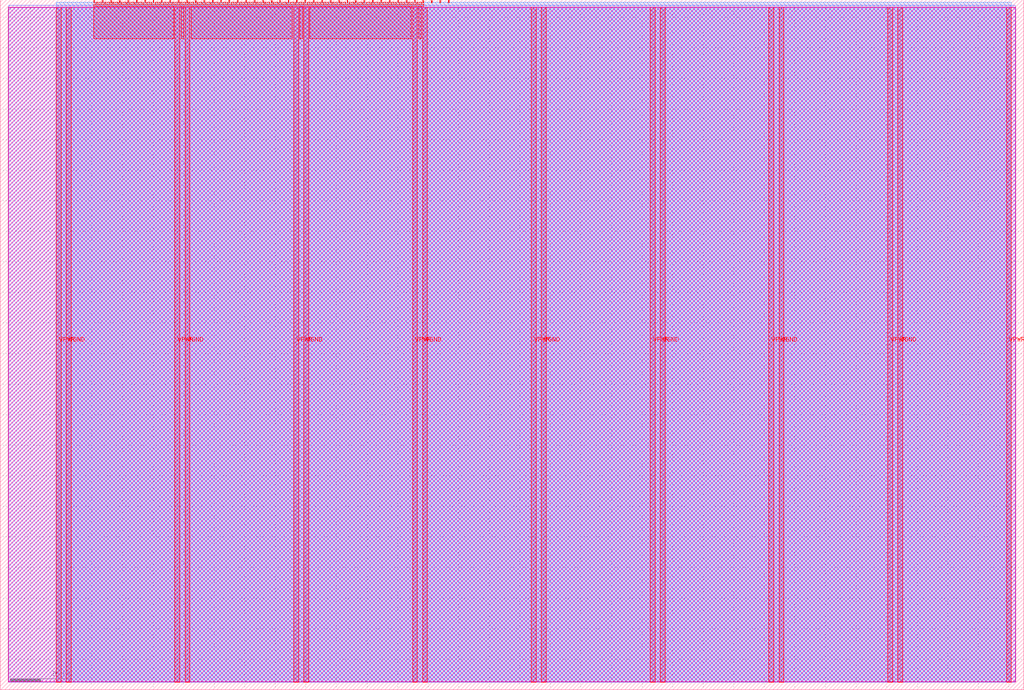
<source format=lef>
VERSION 5.7 ;
  NOWIREEXTENSIONATPIN ON ;
  DIVIDERCHAR "/" ;
  BUSBITCHARS "[]" ;
MACRO tt_um_alphaonesoc
  CLASS BLOCK ;
  FOREIGN tt_um_alphaonesoc ;
  ORIGIN 0.000 0.000 ;
  SIZE 334.880 BY 225.760 ;
  PIN VGND
    DIRECTION INOUT ;
    USE GROUND ;
    PORT
      LAYER met4 ;
        RECT 21.580 2.480 23.180 223.280 ;
    END
    PORT
      LAYER met4 ;
        RECT 60.450 2.480 62.050 223.280 ;
    END
    PORT
      LAYER met4 ;
        RECT 99.320 2.480 100.920 223.280 ;
    END
    PORT
      LAYER met4 ;
        RECT 138.190 2.480 139.790 223.280 ;
    END
    PORT
      LAYER met4 ;
        RECT 177.060 2.480 178.660 223.280 ;
    END
    PORT
      LAYER met4 ;
        RECT 215.930 2.480 217.530 223.280 ;
    END
    PORT
      LAYER met4 ;
        RECT 254.800 2.480 256.400 223.280 ;
    END
    PORT
      LAYER met4 ;
        RECT 293.670 2.480 295.270 223.280 ;
    END
  END VGND
  PIN VPWR
    DIRECTION INOUT ;
    USE POWER ;
    PORT
      LAYER met4 ;
        RECT 18.280 2.480 19.880 223.280 ;
    END
    PORT
      LAYER met4 ;
        RECT 57.150 2.480 58.750 223.280 ;
    END
    PORT
      LAYER met4 ;
        RECT 96.020 2.480 97.620 223.280 ;
    END
    PORT
      LAYER met4 ;
        RECT 134.890 2.480 136.490 223.280 ;
    END
    PORT
      LAYER met4 ;
        RECT 173.760 2.480 175.360 223.280 ;
    END
    PORT
      LAYER met4 ;
        RECT 212.630 2.480 214.230 223.280 ;
    END
    PORT
      LAYER met4 ;
        RECT 251.500 2.480 253.100 223.280 ;
    END
    PORT
      LAYER met4 ;
        RECT 290.370 2.480 291.970 223.280 ;
    END
    PORT
      LAYER met4 ;
        RECT 329.240 2.480 330.840 223.280 ;
    END
  END VPWR
  PIN clk
    DIRECTION INPUT ;
    USE SIGNAL ;
    PORT
      LAYER met4 ;
        RECT 143.830 224.760 144.130 225.760 ;
    END
  END clk
  PIN ena
    DIRECTION INPUT ;
    USE SIGNAL ;
    PORT
      LAYER met4 ;
        RECT 146.590 224.760 146.890 225.760 ;
    END
  END ena
  PIN rst_n
    DIRECTION INPUT ;
    USE SIGNAL ;
    PORT
      LAYER met4 ;
        RECT 141.070 224.760 141.370 225.760 ;
    END
  END rst_n
  PIN ui_in[0]
    DIRECTION INPUT ;
    USE SIGNAL ;
    ANTENNAGATEAREA 0.196500 ;
    PORT
      LAYER met4 ;
        RECT 138.310 224.760 138.610 225.760 ;
    END
  END ui_in[0]
  PIN ui_in[1]
    DIRECTION INPUT ;
    USE SIGNAL ;
    ANTENNAGATEAREA 0.213000 ;
    PORT
      LAYER met4 ;
        RECT 135.550 224.760 135.850 225.760 ;
    END
  END ui_in[1]
  PIN ui_in[2]
    DIRECTION INPUT ;
    USE SIGNAL ;
    ANTENNAGATEAREA 0.196500 ;
    PORT
      LAYER met4 ;
        RECT 132.790 224.760 133.090 225.760 ;
    END
  END ui_in[2]
  PIN ui_in[3]
    DIRECTION INPUT ;
    USE SIGNAL ;
    ANTENNAGATEAREA 0.196500 ;
    PORT
      LAYER met4 ;
        RECT 130.030 224.760 130.330 225.760 ;
    END
  END ui_in[3]
  PIN ui_in[4]
    DIRECTION INPUT ;
    USE SIGNAL ;
    ANTENNAGATEAREA 0.196500 ;
    PORT
      LAYER met4 ;
        RECT 127.270 224.760 127.570 225.760 ;
    END
  END ui_in[4]
  PIN ui_in[5]
    DIRECTION INPUT ;
    USE SIGNAL ;
    ANTENNAGATEAREA 0.196500 ;
    PORT
      LAYER met4 ;
        RECT 124.510 224.760 124.810 225.760 ;
    END
  END ui_in[5]
  PIN ui_in[6]
    DIRECTION INPUT ;
    USE SIGNAL ;
    ANTENNAGATEAREA 0.196500 ;
    PORT
      LAYER met4 ;
        RECT 121.750 224.760 122.050 225.760 ;
    END
  END ui_in[6]
  PIN ui_in[7]
    DIRECTION INPUT ;
    USE SIGNAL ;
    ANTENNAGATEAREA 0.196500 ;
    PORT
      LAYER met4 ;
        RECT 118.990 224.760 119.290 225.760 ;
    END
  END ui_in[7]
  PIN uio_in[0]
    DIRECTION INPUT ;
    USE SIGNAL ;
    ANTENNAGATEAREA 0.196500 ;
    PORT
      LAYER met4 ;
        RECT 116.230 224.760 116.530 225.760 ;
    END
  END uio_in[0]
  PIN uio_in[1]
    DIRECTION INPUT ;
    USE SIGNAL ;
    ANTENNAGATEAREA 0.213000 ;
    PORT
      LAYER met4 ;
        RECT 113.470 224.760 113.770 225.760 ;
    END
  END uio_in[1]
  PIN uio_in[2]
    DIRECTION INPUT ;
    USE SIGNAL ;
    ANTENNAGATEAREA 0.196500 ;
    PORT
      LAYER met4 ;
        RECT 110.710 224.760 111.010 225.760 ;
    END
  END uio_in[2]
  PIN uio_in[3]
    DIRECTION INPUT ;
    USE SIGNAL ;
    ANTENNAGATEAREA 0.196500 ;
    PORT
      LAYER met4 ;
        RECT 107.950 224.760 108.250 225.760 ;
    END
  END uio_in[3]
  PIN uio_in[4]
    DIRECTION INPUT ;
    USE SIGNAL ;
    ANTENNAGATEAREA 0.196500 ;
    PORT
      LAYER met4 ;
        RECT 105.190 224.760 105.490 225.760 ;
    END
  END uio_in[4]
  PIN uio_in[5]
    DIRECTION INPUT ;
    USE SIGNAL ;
    ANTENNAGATEAREA 0.196500 ;
    PORT
      LAYER met4 ;
        RECT 102.430 224.760 102.730 225.760 ;
    END
  END uio_in[5]
  PIN uio_in[6]
    DIRECTION INPUT ;
    USE SIGNAL ;
    ANTENNAGATEAREA 0.196500 ;
    PORT
      LAYER met4 ;
        RECT 99.670 224.760 99.970 225.760 ;
    END
  END uio_in[6]
  PIN uio_in[7]
    DIRECTION INPUT ;
    USE SIGNAL ;
    ANTENNAGATEAREA 0.196500 ;
    PORT
      LAYER met4 ;
        RECT 96.910 224.760 97.210 225.760 ;
    END
  END uio_in[7]
  PIN uio_oe[0]
    DIRECTION OUTPUT ;
    USE SIGNAL ;
    PORT
      LAYER met4 ;
        RECT 49.990 224.760 50.290 225.760 ;
    END
  END uio_oe[0]
  PIN uio_oe[1]
    DIRECTION OUTPUT ;
    USE SIGNAL ;
    PORT
      LAYER met4 ;
        RECT 47.230 224.760 47.530 225.760 ;
    END
  END uio_oe[1]
  PIN uio_oe[2]
    DIRECTION OUTPUT ;
    USE SIGNAL ;
    PORT
      LAYER met4 ;
        RECT 44.470 224.760 44.770 225.760 ;
    END
  END uio_oe[2]
  PIN uio_oe[3]
    DIRECTION OUTPUT ;
    USE SIGNAL ;
    PORT
      LAYER met4 ;
        RECT 41.710 224.760 42.010 225.760 ;
    END
  END uio_oe[3]
  PIN uio_oe[4]
    DIRECTION OUTPUT ;
    USE SIGNAL ;
    PORT
      LAYER met4 ;
        RECT 38.950 224.760 39.250 225.760 ;
    END
  END uio_oe[4]
  PIN uio_oe[5]
    DIRECTION OUTPUT ;
    USE SIGNAL ;
    PORT
      LAYER met4 ;
        RECT 36.190 224.760 36.490 225.760 ;
    END
  END uio_oe[5]
  PIN uio_oe[6]
    DIRECTION OUTPUT ;
    USE SIGNAL ;
    PORT
      LAYER met4 ;
        RECT 33.430 224.760 33.730 225.760 ;
    END
  END uio_oe[6]
  PIN uio_oe[7]
    DIRECTION OUTPUT ;
    USE SIGNAL ;
    PORT
      LAYER met4 ;
        RECT 30.670 224.760 30.970 225.760 ;
    END
  END uio_oe[7]
  PIN uio_out[0]
    DIRECTION OUTPUT ;
    USE SIGNAL ;
    PORT
      LAYER met4 ;
        RECT 72.070 224.760 72.370 225.760 ;
    END
  END uio_out[0]
  PIN uio_out[1]
    DIRECTION OUTPUT ;
    USE SIGNAL ;
    PORT
      LAYER met4 ;
        RECT 69.310 224.760 69.610 225.760 ;
    END
  END uio_out[1]
  PIN uio_out[2]
    DIRECTION OUTPUT ;
    USE SIGNAL ;
    PORT
      LAYER met4 ;
        RECT 66.550 224.760 66.850 225.760 ;
    END
  END uio_out[2]
  PIN uio_out[3]
    DIRECTION OUTPUT ;
    USE SIGNAL ;
    PORT
      LAYER met4 ;
        RECT 63.790 224.760 64.090 225.760 ;
    END
  END uio_out[3]
  PIN uio_out[4]
    DIRECTION OUTPUT ;
    USE SIGNAL ;
    PORT
      LAYER met4 ;
        RECT 61.030 224.760 61.330 225.760 ;
    END
  END uio_out[4]
  PIN uio_out[5]
    DIRECTION OUTPUT ;
    USE SIGNAL ;
    PORT
      LAYER met4 ;
        RECT 58.270 224.760 58.570 225.760 ;
    END
  END uio_out[5]
  PIN uio_out[6]
    DIRECTION OUTPUT ;
    USE SIGNAL ;
    PORT
      LAYER met4 ;
        RECT 55.510 224.760 55.810 225.760 ;
    END
  END uio_out[6]
  PIN uio_out[7]
    DIRECTION OUTPUT ;
    USE SIGNAL ;
    PORT
      LAYER met4 ;
        RECT 52.750 224.760 53.050 225.760 ;
    END
  END uio_out[7]
  PIN uo_out[0]
    DIRECTION OUTPUT ;
    USE SIGNAL ;
    ANTENNADIFFAREA 0.643500 ;
    PORT
      LAYER met4 ;
        RECT 94.150 224.760 94.450 225.760 ;
    END
  END uo_out[0]
  PIN uo_out[1]
    DIRECTION OUTPUT ;
    USE SIGNAL ;
    ANTENNADIFFAREA 1.721000 ;
    PORT
      LAYER met4 ;
        RECT 91.390 224.760 91.690 225.760 ;
    END
  END uo_out[1]
  PIN uo_out[2]
    DIRECTION OUTPUT ;
    USE SIGNAL ;
    ANTENNADIFFAREA 1.524450 ;
    PORT
      LAYER met4 ;
        RECT 88.630 224.760 88.930 225.760 ;
    END
  END uo_out[2]
  PIN uo_out[3]
    DIRECTION OUTPUT ;
    USE SIGNAL ;
    ANTENNADIFFAREA 1.524450 ;
    PORT
      LAYER met4 ;
        RECT 85.870 224.760 86.170 225.760 ;
    END
  END uo_out[3]
  PIN uo_out[4]
    DIRECTION OUTPUT ;
    USE SIGNAL ;
    ANTENNADIFFAREA 1.721000 ;
    PORT
      LAYER met4 ;
        RECT 83.110 224.760 83.410 225.760 ;
    END
  END uo_out[4]
  PIN uo_out[5]
    DIRECTION OUTPUT ;
    USE SIGNAL ;
    ANTENNADIFFAREA 1.721000 ;
    PORT
      LAYER met4 ;
        RECT 80.350 224.760 80.650 225.760 ;
    END
  END uo_out[5]
  PIN uo_out[6]
    DIRECTION OUTPUT ;
    USE SIGNAL ;
    ANTENNADIFFAREA 1.721000 ;
    PORT
      LAYER met4 ;
        RECT 77.590 224.760 77.890 225.760 ;
    END
  END uo_out[6]
  PIN uo_out[7]
    DIRECTION OUTPUT ;
    USE SIGNAL ;
    ANTENNADIFFAREA 1.721000 ;
    PORT
      LAYER met4 ;
        RECT 74.830 224.760 75.130 225.760 ;
    END
  END uo_out[7]
  OBS
      LAYER nwell ;
        RECT 2.570 2.635 332.310 223.230 ;
      LAYER li1 ;
        RECT 2.760 2.635 332.120 223.125 ;
      LAYER met1 ;
        RECT 2.760 2.480 332.120 224.020 ;
      LAYER met2 ;
        RECT 18.310 2.535 330.810 224.925 ;
      LAYER met3 ;
        RECT 18.290 2.555 330.830 224.905 ;
      LAYER met4 ;
        RECT 31.370 224.360 33.030 224.905 ;
        RECT 34.130 224.360 35.790 224.905 ;
        RECT 36.890 224.360 38.550 224.905 ;
        RECT 39.650 224.360 41.310 224.905 ;
        RECT 42.410 224.360 44.070 224.905 ;
        RECT 45.170 224.360 46.830 224.905 ;
        RECT 47.930 224.360 49.590 224.905 ;
        RECT 50.690 224.360 52.350 224.905 ;
        RECT 53.450 224.360 55.110 224.905 ;
        RECT 56.210 224.360 57.870 224.905 ;
        RECT 58.970 224.360 60.630 224.905 ;
        RECT 61.730 224.360 63.390 224.905 ;
        RECT 64.490 224.360 66.150 224.905 ;
        RECT 67.250 224.360 68.910 224.905 ;
        RECT 70.010 224.360 71.670 224.905 ;
        RECT 72.770 224.360 74.430 224.905 ;
        RECT 75.530 224.360 77.190 224.905 ;
        RECT 78.290 224.360 79.950 224.905 ;
        RECT 81.050 224.360 82.710 224.905 ;
        RECT 83.810 224.360 85.470 224.905 ;
        RECT 86.570 224.360 88.230 224.905 ;
        RECT 89.330 224.360 90.990 224.905 ;
        RECT 92.090 224.360 93.750 224.905 ;
        RECT 94.850 224.360 96.510 224.905 ;
        RECT 97.610 224.360 99.270 224.905 ;
        RECT 100.370 224.360 102.030 224.905 ;
        RECT 103.130 224.360 104.790 224.905 ;
        RECT 105.890 224.360 107.550 224.905 ;
        RECT 108.650 224.360 110.310 224.905 ;
        RECT 111.410 224.360 113.070 224.905 ;
        RECT 114.170 224.360 115.830 224.905 ;
        RECT 116.930 224.360 118.590 224.905 ;
        RECT 119.690 224.360 121.350 224.905 ;
        RECT 122.450 224.360 124.110 224.905 ;
        RECT 125.210 224.360 126.870 224.905 ;
        RECT 127.970 224.360 129.630 224.905 ;
        RECT 130.730 224.360 132.390 224.905 ;
        RECT 133.490 224.360 135.150 224.905 ;
        RECT 136.250 224.360 137.910 224.905 ;
        RECT 30.655 223.680 138.625 224.360 ;
        RECT 30.655 213.015 56.750 223.680 ;
        RECT 59.150 213.015 60.050 223.680 ;
        RECT 62.450 213.015 95.620 223.680 ;
        RECT 98.020 213.015 98.920 223.680 ;
        RECT 101.320 213.015 134.490 223.680 ;
        RECT 136.890 213.015 137.790 223.680 ;
  END
END tt_um_alphaonesoc
END LIBRARY


</source>
